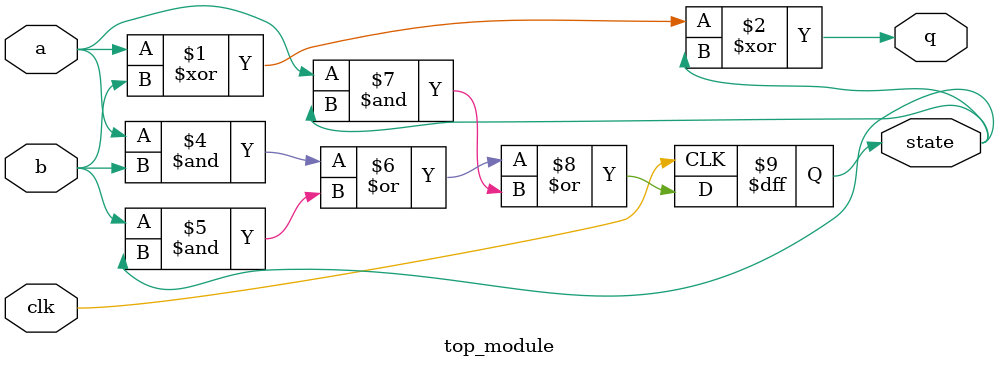
<source format=v>
module top_module (
    input clk,
    input a,
    input b,
    output q,
    output state  );
    
    assign q = a ^ b ^ state;
    always @(posedge clk) begin
        state <= a & b | b & state | a & state ;
    end

endmodule
</source>
